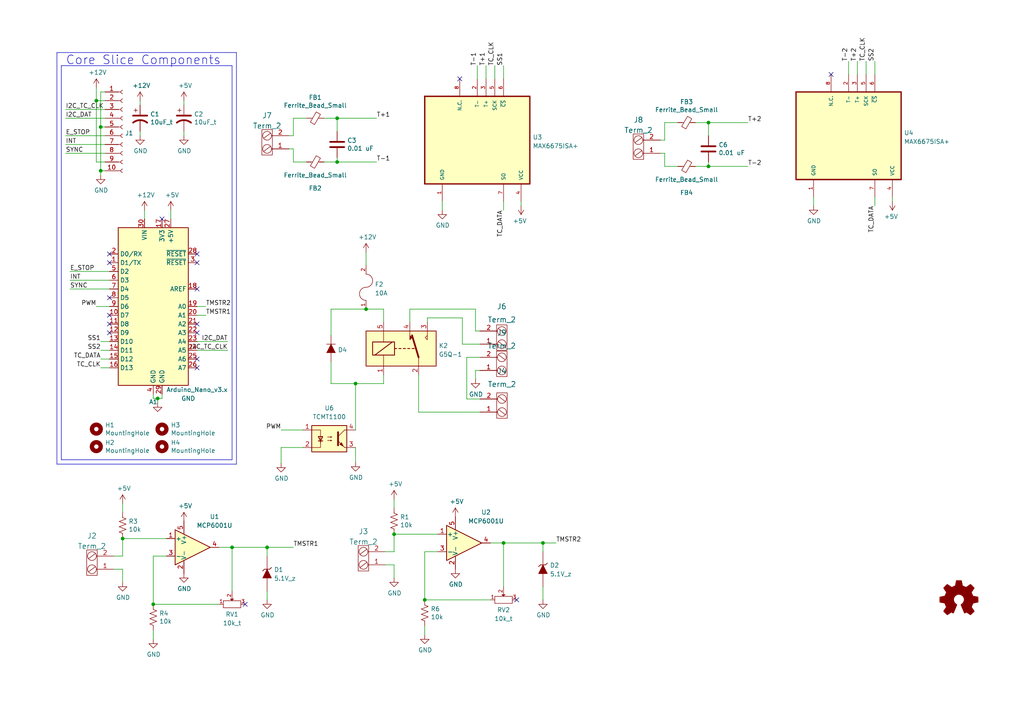
<source format=kicad_sch>
(kicad_sch (version 20230121) (generator eeschema)
  (paper "A4")
  (lib_symbols
    (symbol "Amplifier_Operational:MCP6001U" (pin_names (offset 0.127))
      (property "Reference" "U" (at 0 5.08 0))
      (property "Value" "MCP6001U" (at 0 -5.08 0))
      (symbol "MCP6001U_0_1"
        (polyline (pts (xy -5.08 5.08) (xy 5.08 0) (xy -5.08 -5.08) (xy -5.08 5.08)) (stroke (width 0.254)) (fill (type background)))
        (pin power_in line (at -2.54 -7.62 90) (length 3.81) (name "V-") (number "2"))
        (pin power_in line (at -2.54 7.62 270) (length 3.81) (name "V+") (number "5"))
      )
      (symbol "MCP6001U_1_1"
        (pin input line (at -7.62 2.54 0) (length 2.54) (name "+") (number "1"))
        (pin input line (at -7.62 -2.54 0) (length 2.54) (name "-") (number "3"))
        (pin output line (at 7.62 0 180) (length 2.54) (name "~") (number "4"))
      )
    )
    (symbol "BREAD_Slice-rescue:10uF_t-OCI_UPL_2_Capacitors" (pin_numbers hide) (pin_names (offset 0.254) hide)
      (property "Reference" "C" (at 0.635 2.54 0))
      (property "Value" "10uF_t-OCI_UPL_2_Capacitors" (at 0.635 -2.54 0))
      (symbol "10uF_t-OCI_UPL_2_Capacitors_0_1"
        (polyline (pts (xy -2.032 0.762) (xy 2.032 0.762)) (stroke (width 0.508)))
        (polyline (pts (xy -1.778 2.286) (xy -0.762 2.286)))
        (polyline (pts (xy -1.27 1.778) (xy -1.27 2.794)))
        (arc (start 2.032 -1.27) (mid 0 -0.5572) (end -2.032 -1.27) (stroke (width 0.508)))
      )
      (symbol "10uF_t-OCI_UPL_2_Capacitors_1_1"
        (pin passive line (at 0 3.81 270) (length 2.794) (name "~") (number "1"))
        (pin passive line (at 0 -3.81 90) (length 3.302) (name "~") (number "2"))
      )
    )
    (symbol "Connector:Conn_01x10_Female" (pin_names (offset 1.016) hide)
      (property "Reference" "J" (at 0 12.7 0))
      (property "Value" "Conn_01x10_Female" (at 0 -15.24 0))
      (symbol "Conn_01x10_Female_1_1"
        (arc (start 0 -12.192) (mid -0.5058 -12.7) (end 0 -13.208) (stroke (width 0.1524)))
        (arc (start 0 -9.652) (mid -0.5058 -10.16) (end 0 -10.668) (stroke (width 0.1524)))
        (arc (start 0 -7.112) (mid -0.5058 -7.62) (end 0 -8.128) (stroke (width 0.1524)))
        (arc (start 0 -4.572) (mid -0.5058 -5.08) (end 0 -5.588) (stroke (width 0.1524)))
        (arc (start 0 -2.032) (mid -0.5058 -2.54) (end 0 -3.048) (stroke (width 0.1524)))
        (polyline (pts (xy -1.27 -12.7) (xy -0.508 -12.7)) (stroke (width 0.1524)))
        (polyline (pts (xy -1.27 -10.16) (xy -0.508 -10.16)) (stroke (width 0.1524)))
        (polyline (pts (xy -1.27 -7.62) (xy -0.508 -7.62)) (stroke (width 0.1524)))
        (polyline (pts (xy -1.27 -5.08) (xy -0.508 -5.08)) (stroke (width 0.1524)))
        (polyline (pts (xy -1.27 -2.54) (xy -0.508 -2.54)) (stroke (width 0.1524)))
        (polyline (pts (xy -1.27 0) (xy -0.508 0)) (stroke (width 0.1524)))
        (polyline (pts (xy -1.27 2.54) (xy -0.508 2.54)) (stroke (width 0.1524)))
        (polyline (pts (xy -1.27 5.08) (xy -0.508 5.08)) (stroke (width 0.1524)))
        (polyline (pts (xy -1.27 7.62) (xy -0.508 7.62)) (stroke (width 0.1524)))
        (polyline (pts (xy -1.27 10.16) (xy -0.508 10.16)) (stroke (width 0.1524)))
        (arc (start 0 0.508) (mid -0.5058 0) (end 0 -0.508) (stroke (width 0.1524)))
        (arc (start 0 3.048) (mid -0.5058 2.54) (end 0 2.032) (stroke (width 0.1524)))
        (arc (start 0 5.588) (mid -0.5058 5.08) (end 0 4.572) (stroke (width 0.1524)))
        (arc (start 0 8.128) (mid -0.5058 7.62) (end 0 7.112) (stroke (width 0.1524)))
        (arc (start 0 10.668) (mid -0.5058 10.16) (end 0 9.652) (stroke (width 0.1524)))
        (pin passive line (at -5.08 10.16 0) (length 3.81) (name "Pin_1") (number "1"))
        (pin passive line (at -5.08 -12.7 0) (length 3.81) (name "Pin_10") (number "10"))
        (pin passive line (at -5.08 7.62 0) (length 3.81) (name "Pin_2") (number "2"))
        (pin passive line (at -5.08 5.08 0) (length 3.81) (name "Pin_3") (number "3"))
        (pin passive line (at -5.08 2.54 0) (length 3.81) (name "Pin_4") (number "4"))
        (pin passive line (at -5.08 0 0) (length 3.81) (name "Pin_5") (number "5"))
        (pin passive line (at -5.08 -2.54 0) (length 3.81) (name "Pin_6") (number "6"))
        (pin passive line (at -5.08 -5.08 0) (length 3.81) (name "Pin_7") (number "7"))
        (pin passive line (at -5.08 -7.62 0) (length 3.81) (name "Pin_8") (number "8"))
        (pin passive line (at -5.08 -10.16 0) (length 3.81) (name "Pin_9") (number "9"))
      )
    )
    (symbol "Device:C" (pin_numbers hide) (pin_names (offset 0.254))
      (property "Reference" "C" (at 0.635 2.54 0))
      (property "Value" "C" (at 0.635 -2.54 0))
      (symbol "C_0_1"
        (polyline (pts (xy -2.032 -0.762) (xy 2.032 -0.762)) (stroke (width 0.508)))
        (polyline (pts (xy -2.032 0.762) (xy 2.032 0.762)) (stroke (width 0.508)))
      )
      (symbol "C_1_1"
        (pin passive line (at 0 3.81 270) (length 2.794) (name "~") (number "1"))
        (pin passive line (at 0 -3.81 90) (length 2.794) (name "~") (number "2"))
      )
    )
    (symbol "Device:Ferrite_Bead_Small" (pin_numbers hide) (pin_names (offset 0))
      (property "Reference" "FB" (at 1.905 1.27 0))
      (property "Value" "Device_Ferrite_Bead_Small" (at 1.905 -1.27 0))
      (symbol "Ferrite_Bead_Small_0_1"
        (polyline (pts (xy 0 -1.27) (xy 0 -0.7874)))
        (polyline (pts (xy 0 0.889) (xy 0 1.2954)))
        (polyline (pts (xy -1.8288 0.2794) (xy -1.1176 1.4986) (xy 1.8288 -0.2032) (xy 1.1176 -1.4224) (xy -1.8288 0.2794)))
      )
      (symbol "Ferrite_Bead_Small_1_1"
        (pin passive line (at 0 2.54 270) (length 1.27) (name "~") (number "1"))
        (pin passive line (at 0 -2.54 90) (length 1.27) (name "~") (number "2"))
      )
    )
    (symbol "Device:R_US" (pin_numbers hide) (pin_names (offset 0))
      (property "Reference" "R" (at 2.54 0 90))
      (property "Value" "R_US" (at -2.54 0 90))
      (symbol "R_US_0_1"
        (polyline (pts (xy 0 -2.286) (xy 0 -2.54)))
        (polyline (pts (xy 0 2.286) (xy 0 2.54)))
        (polyline (pts (xy 0 -0.762) (xy 1.016 -1.143) (xy 0 -1.524) (xy -1.016 -1.905) (xy 0 -2.286)))
        (polyline (pts (xy 0 0.762) (xy 1.016 0.381) (xy 0 0) (xy -1.016 -0.381) (xy 0 -0.762)))
        (polyline (pts (xy 0 2.286) (xy 1.016 1.905) (xy 0 1.524) (xy -1.016 1.143) (xy 0 0.762)))
      )
      (symbol "R_US_1_1"
        (pin passive line (at 0 3.81 270) (length 1.27) (name "~") (number "1"))
        (pin passive line (at 0 -3.81 90) (length 1.27) (name "~") (number "2"))
      )
    )
    (symbol "Graphic:Logo_Open_Hardware_Small" (pin_names (offset 1.016))
      (symbol "Logo_Open_Hardware_Small_0_1"
        (polyline (pts (xy 3.3528 -4.3434) (xy 3.302 -4.318) (xy 3.175 -4.2418) (xy 2.9972 -4.1148) (xy 2.7686 -3.9624) (xy 2.54 -3.81) (xy 2.3622 -3.7084) (xy 2.2352 -3.6068) (xy 2.1844 -3.5814) (xy 2.159 -3.6068) (xy 2.0574 -3.6576) (xy 1.905 -3.7338) (xy 1.8034 -3.7846) (xy 1.6764 -3.8354) (xy 1.6002 -3.8354) (xy 1.6002 -3.8354) (xy 1.5494 -3.7338) (xy 1.4732 -3.5306) (xy 1.3462 -3.302) (xy 1.2446 -3.0226) (xy 1.1176 -2.7178) (xy 0.9652 -2.413) (xy 0.8636 -2.1082) (xy 0.7366 -1.8288) (xy 0.6604 -1.6256) (xy 0.6096 -1.4732) (xy 0.5842 -1.397) (xy 0.5842 -1.397) (xy 0.6604 -1.3208) (xy 0.7874 -1.2446) (xy 1.0414 -1.016) (xy 1.2954 -0.6858) (xy 1.4478 -0.3302) (xy 1.524 0.0762) (xy 1.4732 0.4572) (xy 1.3208 0.8128) (xy 1.0668 1.143) (xy 0.762 1.3716) (xy 0.4064 1.524) (xy 0 1.5748) (xy -0.381 1.5494) (xy -0.7366 1.397) (xy -1.0668 1.143) (xy -1.2192 0.9906) (xy -1.397 0.6604) (xy -1.524 0.3048) (xy -1.524 0.2286) (xy -1.4986 -0.1778) (xy -1.397 -0.5334) (xy -1.1938 -0.8636) (xy -0.9144 -1.143) (xy -0.8636 -1.1684) (xy -0.7366 -1.27) (xy -0.635 -1.3462) (xy -0.5842 -1.397) (xy -1.0668 -2.5908) (xy -1.143 -2.794) (xy -1.2954 -3.1242) (xy -1.397 -3.4036) (xy -1.4986 -3.6322) (xy -1.5748 -3.7846) (xy -1.6002 -3.8354) (xy -1.6002 -3.8354) (xy -1.651 -3.8354) (xy -1.7272 -3.81) (xy -1.905 -3.7338) (xy -2.0066 -3.683) (xy -2.1336 -3.6068) (xy -2.2098 -3.5814) (xy -2.2606 -3.6068) (xy -2.3622 -3.683) (xy -2.54 -3.81) (xy -2.7686 -3.9624) (xy -2.9718 -4.0894) (xy -3.1496 -4.2164) (xy -3.302 -4.318) (xy -3.3528 -4.3434) (xy -3.3782 -4.3434) (xy -3.429 -4.318) (xy -3.5306 -4.2164) (xy -3.7084 -4.064) (xy -3.937 -3.8354) (xy -3.9624 -3.81) (xy -4.1656 -3.6068) (xy -4.318 -3.4544) (xy -4.4196 -3.3274) (xy -4.445 -3.2766) (xy -4.445 -3.2766) (xy -4.4196 -3.2258) (xy -4.318 -3.0734) (xy -4.2164 -2.8956) (xy -4.064 -2.667) (xy -3.6576 -2.0828) (xy -3.8862 -1.5494) (xy -3.937 -1.3716) (xy -4.0386 -1.1684) (xy -4.0894 -1.0414) (xy -4.1148 -0.9652) (xy -4.191 -0.9398) (xy -4.318 -0.9144) (xy -4.5466 -0.8636) (xy -4.8006 -0.8128) (xy -5.0546 -0.7874) (xy -5.2578 -0.7366) (xy -5.4356 -0.7112) (xy -5.5118 -0.6858) (xy -5.5118 -0.6858) (xy -5.5372 -0.635) (xy -5.5372 -0.5588) (xy -5.5372 -0.4318) (xy -5.5626 -0.2286) (xy -5.5626 0.0762) (xy -5.5626 0.127) (xy -5.5372 0.4064) (xy -5.5372 0.635) (xy -5.5372 0.762) (xy -5.5372 0.8382) (xy -5.5372 0.8382) (xy -5.461 0.8382) (xy -5.3086 0.889) (xy -5.08 0.9144) (xy -4.826 0.9652) (xy -4.8006 0.9906) (xy -4.5466 1.0414) (xy -4.318 1.0668) (xy -4.1656 1.1176) (xy -4.0894 1.143) (xy -4.0894 1.143) (xy -4.0386 1.2446) (xy -3.9624 1.4224) (xy -3.8608 1.6256) (xy -3.7846 1.8288) (xy -3.7084 2.0066) (xy -3.6576 2.159) (xy -3.6322 2.2098) (xy -3.6322 2.2098) (xy -3.683 2.286) (xy -3.7592 2.413) (xy -3.8862 2.5908) (xy -4.064 2.8194) (xy -4.064 2.8448) (xy -4.2164 3.0734) (xy -4.3434 3.2512) (xy -4.4196 3.3782) (xy -4.445 3.4544) (xy -4.445 3.4544) (xy -4.3942 3.5052) (xy -4.2926 3.6322) (xy -4.1148 3.81) (xy -3.937 4.0132) (xy -3.8608 4.064) (xy -3.6576 4.2926) (xy -3.5052 4.4196) (xy -3.4036 4.4958) (xy -3.3528 4.5212) (xy -3.3528 4.5212) (xy -3.302 4.4704) (xy -3.1496 4.3688) (xy -2.9718 4.2418) (xy -2.7432 4.0894) (xy -2.7178 4.0894) (xy -2.4892 3.937) (xy -2.3114 3.81) (xy -2.1844 3.7084) (xy -2.1336 3.683) (xy -2.1082 3.683) (xy -2.032 3.7084) (xy -1.8542 3.7592) (xy -1.6764 3.8354) (xy -1.4732 3.937) (xy -1.27 4.0132) (xy -1.143 4.064) (xy -1.0668 4.1148) (xy -1.0668 4.1148) (xy -1.0414 4.191) (xy -1.016 4.3434) (xy -0.9652 4.572) (xy -0.9144 4.8514) (xy -0.889 4.9022) (xy -0.8382 5.1562) (xy -0.8128 5.3848) (xy -0.7874 5.5372) (xy -0.762 5.588) (xy -0.7112 5.6134) (xy -0.5842 5.6134) (xy -0.4064 5.6134) (xy -0.1524 5.6134) (xy 0.0762 5.6134) (xy 0.3302 5.6134) (xy 0.5334 5.6134) (xy 0.6858 5.588) (xy 0.7366 5.588) (xy 0.7366 5.588) (xy 0.762 5.5118) (xy 0.8128 5.334) (xy 0.8382 5.1054) (xy 0.9144 4.826) (xy 0.9144 4.7752) (xy 0.9652 4.5212) (xy 1.016 4.2926) (xy 1.0414 4.1402) (xy 1.0668 4.0894) (xy 1.0668 4.0894) (xy 1.1938 4.0386) (xy 1.3716 3.9624) (xy 1.5748 3.8608) (xy 2.0828 3.6576) (xy 2.7178 4.0894) (xy 2.7686 4.1402) (xy 2.9972 4.2926) (xy 3.175 4.4196) (xy 3.302 4.4958) (xy 3.3782 4.5212) (xy 3.3782 4.5212) (xy 3.429 4.4704) (xy 3.556 4.3434) (xy 3.7338 4.191) (xy 3.9116 3.9878) (xy 4.064 3.8354) (xy 4.2418 3.6576) (xy 4.3434 3.556) (xy 4.4196 3.4798) (xy 4.4196 3.429) (xy 4.4196 3.4036) (xy 4.3942 3.3274) (xy 4.2926 3.2004) (xy 4.1656 2.9972) (xy 4.0132 2.794) (xy 3.8862 2.5908) (xy 3.7592 2.3876) (xy 3.6576 2.2352) (xy 3.6322 2.159) (xy 3.6322 2.1336) (xy 3.683 2.0066) (xy 3.7592 1.8288) (xy 3.8608 1.6002) (xy 4.064 1.1176) (xy 4.3942 1.0414) (xy 4.5974 1.016) (xy 4.8768 0.9652) (xy 5.1308 0.9144) (xy 5.5372 0.8382) (xy 5.5626 -0.6604) (xy 5.4864 -0.6858) (xy 5.4356 -0.6858) (xy 5.2832 -0.7366) (xy 5.0546 -0.762) (xy 4.8006 -0.8128) (xy 4.5974 -0.8636) (xy 4.3688 -0.9144) (xy 4.2164 -0.9398) (xy 4.1402 -0.9398) (xy 4.1148 -0.9652) (xy 4.064 -1.0668) (xy 3.9878 -1.2446) (xy 3.9116 -1.4478) (xy 3.81 -1.651) (xy 3.7338 -1.8542) (xy 3.683 -2.0066) (xy 3.6576 -2.0828) (xy 3.683 -2.1336) (xy 3.7846 -2.2606) (xy 3.8862 -2.4638) (xy 4.0386 -2.667) (xy 4.191 -2.8956) (xy 4.318 -3.0734) (xy 4.3942 -3.2004) (xy 4.445 -3.2766) (xy 4.4196 -3.3274) (xy 4.3434 -3.429) (xy 4.1656 -3.5814) (xy 3.937 -3.8354) (xy 3.8862 -3.8608) (xy 3.683 -4.064) (xy 3.5306 -4.2164) (xy 3.4036 -4.318) (xy 3.3528 -4.3434)) (fill (type outline)))
      )
    )
    (symbol "Isolator:TCMT1100" (pin_names (offset 1.016))
      (property "Reference" "U" (at 0 5.08 0))
      (property "Value" "TCMT1100" (at 0 -5.08 0))
      (symbol "TCMT1100_1_1"
        (rectangle (start -5.08 3.81) (end 5.08 -3.81) (stroke (width 0.254)) (fill (type background)))
        (polyline (pts (xy -3.175 -0.635) (xy -1.905 -0.635)) (stroke (width 0.254)))
        (polyline (pts (xy 2.54 0.635) (xy 4.445 2.54)))
        (polyline (pts (xy 4.445 -2.54) (xy 2.54 -0.635)) (fill (type outline)))
        (polyline (pts (xy 4.445 -2.54) (xy 5.08 -2.54)))
        (polyline (pts (xy 4.445 2.54) (xy 5.08 2.54)))
        (polyline (pts (xy -2.54 -0.635) (xy -2.54 -2.54) (xy -5.08 -2.54)))
        (polyline (pts (xy 2.54 1.905) (xy 2.54 -1.905) (xy 2.54 -1.905)) (stroke (width 0.508)))
        (polyline (pts (xy -5.08 2.54) (xy -2.54 2.54) (xy -2.54 -1.27) (xy -2.54 0.635)))
        (polyline (pts (xy -2.54 -0.635) (xy -3.175 0.635) (xy -1.905 0.635) (xy -2.54 -0.635)) (stroke (width 0.254)))
        (polyline (pts (xy -0.508 -0.508) (xy 0.762 -0.508) (xy 0.381 -0.635) (xy 0.381 -0.381) (xy 0.762 -0.508)))
        (polyline (pts (xy -0.508 0.508) (xy 0.762 0.508) (xy 0.381 0.381) (xy 0.381 0.635) (xy 0.762 0.508)))
        (polyline (pts (xy 3.048 -1.651) (xy 3.556 -1.143) (xy 4.064 -2.159) (xy 3.048 -1.651) (xy 3.048 -1.651)) (fill (type outline)))
        (pin passive line (at -7.62 2.54 0) (length 2.54) (name "~") (number "1"))
        (pin passive line (at -7.62 -2.54 0) (length 2.54) (name "~") (number "2"))
        (pin passive line (at 7.62 -2.54 180) (length 2.54) (name "~") (number "3"))
        (pin passive line (at 7.62 2.54 180) (length 2.54) (name "~") (number "4"))
      )
    )
    (symbol "MAX6675ISA_:MAX6675ISA+" (pin_names (offset 1.016))
      (property "Reference" "U" (at -12.7 16.2306 0))
      (property "Value" "MAX6675ISA+" (at -12.7 -19.2278 0))
      (symbol "MAX6675ISA+_0_0"
        (rectangle (start -12.7 -15.24) (end 12.7 15.24) (stroke (width 0.4064)) (fill (type background)))
        (pin power_in line (at 17.78 -10.16 180) (length 5.08) (name "GND") (number "1"))
        (pin input line (at -17.78 0 0) (length 5.08) (name "T-") (number "2"))
        (pin input line (at -17.78 2.54 0) (length 5.08) (name "T+") (number "3"))
        (pin power_in line (at 17.78 12.7 180) (length 5.08) (name "VCC") (number "4"))
        (pin input line (at -17.78 5.08 0) (length 5.08) (name "SCK") (number "5"))
        (pin input line (at -17.78 7.62 0) (length 5.08) (name "~{CS}") (number "6"))
        (pin output line (at 17.78 7.62 180) (length 5.08) (name "SO") (number "7"))
        (pin bidirectional line (at -17.78 -5.08 0) (length 5.08) (name "N.C.") (number "8"))
      )
    )
    (symbol "MCU_Module:Arduino_Nano_v3.x"
      (property "Reference" "A" (at -10.16 23.495 0))
      (property "Value" "Arduino_Nano_v3.x" (at 5.08 -24.13 0))
      (symbol "Arduino_Nano_v3.x_0_1"
        (rectangle (start -10.16 22.86) (end 10.16 -22.86) (stroke (width 0.254)) (fill (type background)))
      )
      (symbol "Arduino_Nano_v3.x_1_1"
        (pin bidirectional line (at -12.7 12.7 0) (length 2.54) (name "D1/TX") (number "1"))
        (pin bidirectional line (at -12.7 -2.54 0) (length 2.54) (name "D7") (number "10"))
        (pin bidirectional line (at -12.7 -5.08 0) (length 2.54) (name "D8") (number "11"))
        (pin bidirectional line (at -12.7 -7.62 0) (length 2.54) (name "D9") (number "12"))
        (pin bidirectional line (at -12.7 -10.16 0) (length 2.54) (name "D10") (number "13"))
        (pin bidirectional line (at -12.7 -12.7 0) (length 2.54) (name "D11") (number "14"))
        (pin bidirectional line (at -12.7 -15.24 0) (length 2.54) (name "D12") (number "15"))
        (pin bidirectional line (at -12.7 -17.78 0) (length 2.54) (name "D13") (number "16"))
        (pin power_out line (at 2.54 25.4 270) (length 2.54) (name "3V3") (number "17"))
        (pin input line (at 12.7 5.08 180) (length 2.54) (name "AREF") (number "18"))
        (pin bidirectional line (at 12.7 0 180) (length 2.54) (name "A0") (number "19"))
        (pin bidirectional line (at -12.7 15.24 0) (length 2.54) (name "D0/RX") (number "2"))
        (pin bidirectional line (at 12.7 -2.54 180) (length 2.54) (name "A1") (number "20"))
        (pin bidirectional line (at 12.7 -5.08 180) (length 2.54) (name "A2") (number "21"))
        (pin bidirectional line (at 12.7 -7.62 180) (length 2.54) (name "A3") (number "22"))
        (pin bidirectional line (at 12.7 -10.16 180) (length 2.54) (name "A4") (number "23"))
        (pin bidirectional line (at 12.7 -12.7 180) (length 2.54) (name "A5") (number "24"))
        (pin bidirectional line (at 12.7 -15.24 180) (length 2.54) (name "A6") (number "25"))
        (pin bidirectional line (at 12.7 -17.78 180) (length 2.54) (name "A7") (number "26"))
        (pin power_out line (at 5.08 25.4 270) (length 2.54) (name "+5V") (number "27"))
        (pin input line (at 12.7 15.24 180) (length 2.54) (name "~{RESET}") (number "28"))
        (pin power_in line (at 2.54 -25.4 90) (length 2.54) (name "GND") (number "29"))
        (pin input line (at 12.7 12.7 180) (length 2.54) (name "~{RESET}") (number "3"))
        (pin power_in line (at -2.54 25.4 270) (length 2.54) (name "VIN") (number "30"))
        (pin power_in line (at 0 -25.4 90) (length 2.54) (name "GND") (number "4"))
        (pin bidirectional line (at -12.7 10.16 0) (length 2.54) (name "D2") (number "5"))
        (pin bidirectional line (at -12.7 7.62 0) (length 2.54) (name "D3") (number "6"))
        (pin bidirectional line (at -12.7 5.08 0) (length 2.54) (name "D4") (number "7"))
        (pin bidirectional line (at -12.7 2.54 0) (length 2.54) (name "D5") (number "8"))
        (pin bidirectional line (at -12.7 0 0) (length 2.54) (name "D6") (number "9"))
      )
    )
    (symbol "Mechanical:MountingHole" (pin_names (offset 1.016))
      (property "Reference" "H" (at 0 5.08 0))
      (property "Value" "MountingHole" (at 0 3.175 0))
      (symbol "MountingHole_0_1"
        (circle (center 0 0) (radius 1.27) (stroke (width 1.27)))
      )
    )
    (symbol "OCI_UPL_10_Connectors:Term_2" (pin_names (offset 1.016))
      (property "Reference" "J" (at 3.81 1.27 0))
      (property "Value" "Term_2" (at 6.35 3.81 0))
      (symbol "Term_2_0_1"
        (rectangle (start -1.524 5.588) (end 1.524 -1.778))
        (polyline (pts (xy -1.016 -0.762) (xy 1.016 0.762)))
        (polyline (pts (xy -1.016 3.048) (xy 1.016 4.572)))
        (circle (center 0 0) (radius 1.27))
        (circle (center 0 3.81) (radius 1.27))
      )
      (symbol "Term_2_1_1"
        (pin input line (at -6.35 3.81 0) (length 5.08) (name "~") (number "1"))
        (pin input line (at -6.35 0 0) (length 5.08) (name "~") (number "2"))
      )
    )
    (symbol "OCI_UPL_11_Mechanical:FUSE_Blade" (pin_names (offset 0.254))
      (property "Reference" "F" (at 2.54 1.27 0))
      (property "Value" "FUSE_Blade" (at 0 -3.81 0))
      (symbol "FUSE_Blade_0_1"
        (arc (start 0 0) (mid -1.905 1.8967) (end -3.81 0))
        (arc (start 0 0) (mid 1.905 -1.8967) (end 3.81 0))
      )
      (symbol "FUSE_Blade_1_1"
        (pin input line (at -6.35 0 0) (length 2.54) (name "~") (number "1"))
        (pin input line (at 6.35 0 180) (length 2.54) (name "~") (number "2"))
      )
    )
    (symbol "OCI_UPL_1_Resistors:10k_t" (pin_names (offset 1.016) hide)
      (property "Reference" "RV" (at 0 -2.032 0))
      (property "Value" "10k_t" (at 0 0 0))
      (symbol "10k_t_0_1"
        (rectangle (start -2.54 1.016) (end 2.54 -1.016))
        (polyline (pts (xy 0 1.016) (xy -0.508 1.524) (xy 0.508 1.524)) (fill (type outline)))
      )
      (symbol "10k_t_1_1"
        (pin passive line (at -3.81 0 0) (length 1.27) (name "1") (number "1"))
        (pin passive line (at 0 3.81 270) (length 2.54) (name "2") (number "2"))
        (pin passive line (at 3.81 0 180) (length 1.27) (name "3") (number "3"))
      )
    )
    (symbol "OCI_UPL_4_Semiconductors:5.1V_z" (pin_numbers hide) (pin_names (offset 1.016) hide)
      (property "Reference" "D" (at 0 2.54 0))
      (property "Value" "5.1V_z" (at 0 -2.54 0))
      (symbol "5.1V_z_0_1"
        (polyline (pts (xy -1.778 1.27) (xy -1.27 0.762) (xy -1.27 -0.762) (xy -0.762 -1.27) (xy -0.762 -1.27)) (stroke (width 0.2032)))
        (polyline (pts (xy -1.27 0) (xy 1.27 1.27) (xy 1.27 -1.27) (xy -1.27 0) (xy -1.27 0)) (fill (type outline)))
      )
      (symbol "5.1V_z_1_1"
        (pin passive line (at -5.08 0 0) (length 3.81) (name "K") (number "1"))
        (pin passive line (at 5.08 0 180) (length 3.81) (name "A") (number "2"))
      )
    )
    (symbol "OCI_UPL_4_Semiconductors:General_Purpose_Diode" (pin_numbers hide) (pin_names (offset 1.016) hide)
      (property "Reference" "D" (at 0 2.54 0))
      (symbol "General_Purpose_Diode_0_1"
        (polyline (pts (xy -1.27 1.27) (xy -1.27 -1.27)) (stroke (width 0.1524)))
        (polyline (pts (xy 1.27 1.27) (xy -1.27 0) (xy 1.27 -1.27)) (fill (type outline)))
      )
      (symbol "General_Purpose_Diode_1_1"
        (pin passive line (at -3.81 0 0) (length 2.54) (name "K") (number "1"))
        (pin passive line (at 3.81 0 180) (length 2.54) (name "A") (number "2"))
      )
    )
    (symbol "Relay:G5Q-1"
      (property "Reference" "K" (at 11.43 3.81 0))
      (property "Value" "G5Q-1" (at 11.43 1.27 0))
      (symbol "G5Q-1_0_0"
        (polyline (pts (xy 7.62 5.08) (xy 7.62 2.54) (xy 6.985 3.175) (xy 7.62 3.81)))
      )
      (symbol "G5Q-1_0_1"
        (rectangle (start -10.16 5.08) (end 10.16 -5.08) (stroke (width 0.254)) (fill (type background)))
        (rectangle (start -8.255 1.905) (end -1.905 -1.905) (stroke (width 0.254)))
        (polyline (pts (xy -7.62 -1.905) (xy -2.54 1.905)) (stroke (width 0.254)))
        (polyline (pts (xy -5.08 -5.08) (xy -5.08 -1.905)))
        (polyline (pts (xy -5.08 5.08) (xy -5.08 1.905)))
        (polyline (pts (xy -1.905 0) (xy -1.27 0)) (stroke (width 0.254)))
        (polyline (pts (xy -0.635 0) (xy 0 0)) (stroke (width 0.254)))
        (polyline (pts (xy 0.635 0) (xy 1.27 0)) (stroke (width 0.254)))
        (polyline (pts (xy 1.905 0) (xy 2.54 0)) (stroke (width 0.254)))
        (polyline (pts (xy 3.175 0) (xy 3.81 0)) (stroke (width 0.254)))
        (polyline (pts (xy 5.08 -2.54) (xy 3.175 3.81)) (stroke (width 0.508)))
        (polyline (pts (xy 5.08 -2.54) (xy 5.08 -5.08)))
        (polyline (pts (xy 2.54 5.08) (xy 2.54 2.54) (xy 3.175 3.175) (xy 2.54 3.81)) (fill (type outline)))
      )
      (symbol "G5Q-1_1_1"
        (pin passive line (at -5.08 -7.62 90) (length 2.54) (name "~") (number "1"))
        (pin passive line (at 5.08 -7.62 90) (length 2.54) (name "~") (number "2"))
        (pin passive line (at 7.62 7.62 270) (length 2.54) (name "~") (number "3"))
        (pin passive line (at 2.54 7.62 270) (length 2.54) (name "~") (number "4"))
        (pin passive line (at -5.08 7.62 270) (length 2.54) (name "~") (number "5"))
      )
    )
    (symbol "power:+12V" (power) (pin_names (offset 0))
      (property "Value" "+12V" (at 0 3.556 0))
      (symbol "+12V_0_1"
        (polyline (pts (xy -0.762 1.27) (xy 0 2.54)))
        (polyline (pts (xy 0 0) (xy 0 2.54)))
        (polyline (pts (xy 0 2.54) (xy 0.762 1.27)))
      )
      (symbol "+12V_1_1"
        (pin power_in line (at 0 0 90) (length 0) hide (name "+12V") (number "1"))
      )
    )
    (symbol "power:+5V" (power) (pin_names (offset 0))
      (property "Value" "+5V" (at 0 3.556 0))
      (symbol "+5V_0_1"
        (polyline (pts (xy -0.762 1.27) (xy 0 2.54)))
        (polyline (pts (xy 0 0) (xy 0 2.54)))
        (polyline (pts (xy 0 2.54) (xy 0.762 1.27)))
      )
      (symbol "+5V_1_1"
        (pin power_in line (at 0 0 90) (length 0) hide (name "+5V") (number "1"))
      )
    )
    (symbol "power:GND" (power) (pin_names (offset 0))
      (property "Value" "GND" (at 0 -3.81 0))
      (symbol "GND_0_1"
        (polyline (pts (xy 0 0) (xy 0 -1.27) (xy 1.27 -1.27) (xy 0 -2.54) (xy -1.27 -1.27) (xy 0 -1.27)))
      )
      (symbol "GND_1_1"
        (pin power_in line (at 0 0 270) (length 0) hide (name "GND") (number "1"))
      )
    )
  )
  (junction (at 123.19 173.99))
  (junction (at 29.21 49.53))
  (junction (at 35.56 156.21))
  (junction (at 97.79 46.99))
  (junction (at 27.94 29.21))
  (junction (at 114.3 154.94))
  (junction (at 45.72 115.57))
  (junction (at 103.124 111.252))
  (junction (at 29.21 36.83))
  (junction (at 106.172 89.662))
  (junction (at 67.31 158.75))
  (junction (at 205.486 48.26))
  (junction (at 157.48 157.48))
  (junction (at 97.79 34.29))
  (junction (at 77.47 158.75))
  (junction (at 146.05 157.48))
  (junction (at 205.486 35.56))
  (junction (at 44.45 175.26))
  (no_connect (at 57.15 96.52))
  (no_connect (at 31.75 86.36))
  (no_connect (at 57.15 83.82))
  (no_connect (at 31.75 91.44))
  (no_connect (at 31.75 76.2))
  (no_connect (at 149.86 173.99))
  (no_connect (at 241.046 21.59))
  (no_connect (at 31.75 96.52))
  (no_connect (at 71.12 175.26))
  (no_connect (at 31.75 73.66))
  (no_connect (at 46.99 63.5))
  (no_connect (at 31.75 93.98))
  (no_connect (at 57.15 93.98))
  (no_connect (at 57.15 106.68))
  (no_connect (at 57.15 104.14))
  (no_connect (at 57.15 73.66))
  (no_connect (at 57.15 76.2))
  (no_connect (at 133.35 22.86))
  (wire (pts (xy 46.99 115.57) (xy 46.99 114.3)))
  (wire (pts (xy 29.21 106.68) (xy 31.75 106.68)))
  (wire (pts (xy 192.786 44.45) (xy 192.786 48.26)))
  (wire (pts (xy 29.21 101.6) (xy 31.75 101.6)))
  (wire (pts (xy 77.47 171.45) (xy 77.47 173.99)))
  (wire (pts (xy 123.19 173.99) (xy 142.24 173.99)))
  (wire (pts (xy 114.3 154.94) (xy 127 154.94)))
  (wire (pts (xy 146.05 157.48) (xy 157.48 157.48)))
  (wire (pts (xy 123.952 92.202) (xy 134.112 92.202)))
  (wire (pts (xy 142.24 157.48) (xy 146.05 157.48)))
  (wire (pts (xy 40.64 39.37) (xy 40.64 38.1)))
  (wire (pts (xy 63.5 158.75) (xy 67.31 158.75)))
  (wire (pts (xy 135.382 103.632) (xy 139.192 103.632)))
  (wire (pts (xy 139.2428 119.5324) (xy 121.412 119.5324)))
  (wire (pts (xy 35.56 156.21) (xy 35.56 161.29)))
  (wire (pts (xy 96.012 89.662) (xy 96.012 97.282)))
  (wire (pts (xy 45.72 115.57) (xy 46.99 115.57)))
  (polyline (pts (xy 67.31 133.35) (xy 67.31 19.05)))
  (wire (pts (xy 157.48 170.18) (xy 157.48 173.99)))
  (wire (pts (xy 157.48 157.48) (xy 157.48 160.02)))
  (wire (pts (xy 85.09 39.37) (xy 85.09 34.29)))
  (wire (pts (xy 140.97 19.05) (xy 140.97 22.86)))
  (wire (pts (xy 103.124 111.252) (xy 103.124 124.714)))
  (wire (pts (xy 19.05 41.91) (xy 30.48 41.91)))
  (wire (pts (xy 27.94 29.21) (xy 30.48 29.21)))
  (wire (pts (xy 118.872 89.662) (xy 137.922 89.662)))
  (wire (pts (xy 111.76 163.83) (xy 114.3 163.83)))
  (wire (pts (xy 134.112 99.822) (xy 139.192 99.822)))
  (wire (pts (xy 135.382 115.7224) (xy 139.2428 115.7224)))
  (wire (pts (xy 44.45 182.88) (xy 44.45 185.42)))
  (wire (pts (xy 106.172 89.662) (xy 111.252 89.662)))
  (polyline (pts (xy 16.51 134.62) (xy 68.58 134.62)))
  (wire (pts (xy 77.47 158.75) (xy 77.47 161.29)))
  (wire (pts (xy 192.786 40.64) (xy 192.786 35.56)))
  (wire (pts (xy 103.124 111.252) (xy 111.252 111.252)))
  (wire (pts (xy 87.884 124.714) (xy 81.534 124.714)))
  (wire (pts (xy 248.666 17.78) (xy 248.666 21.59)))
  (polyline (pts (xy 17.78 19.05) (xy 17.78 133.35)))
  (wire (pts (xy 205.486 35.56) (xy 216.916 35.56)))
  (wire (pts (xy 191.516 40.64) (xy 192.786 40.64)))
  (wire (pts (xy 146.05 19.05) (xy 146.05 22.86)))
  (wire (pts (xy 123.19 181.61) (xy 123.19 184.15)))
  (wire (pts (xy 27.94 25.4) (xy 27.94 29.21)))
  (wire (pts (xy 85.09 34.29) (xy 88.9 34.29)))
  (wire (pts (xy 48.26 161.29) (xy 44.45 161.29)))
  (wire (pts (xy 29.21 49.53) (xy 29.21 36.83)))
  (wire (pts (xy 93.98 34.29) (xy 97.79 34.29)))
  (wire (pts (xy 93.98 46.99) (xy 97.79 46.99)))
  (wire (pts (xy 29.21 99.06) (xy 31.75 99.06)))
  (wire (pts (xy 35.56 165.1) (xy 35.56 168.91)))
  (wire (pts (xy 30.48 39.37) (xy 19.05 39.37)))
  (wire (pts (xy 138.43 19.05) (xy 138.43 22.86)))
  (wire (pts (xy 53.34 30.48) (xy 53.34 29.21)))
  (wire (pts (xy 111.252 108.712) (xy 111.252 111.252)))
  (polyline (pts (xy 67.31 19.05) (xy 17.78 19.05)))
  (wire (pts (xy 128.27 58.42) (xy 128.27 60.96)))
  (wire (pts (xy 44.45 161.29) (xy 44.45 175.26)))
  (wire (pts (xy 157.48 157.48) (xy 161.29 157.48)))
  (wire (pts (xy 30.48 46.99) (xy 27.94 46.99)))
  (wire (pts (xy 19.05 44.45) (xy 30.48 44.45)))
  (wire (pts (xy 83.82 39.37) (xy 85.09 39.37)))
  (wire (pts (xy 57.15 88.9) (xy 59.69 88.9)))
  (wire (pts (xy 137.922 89.662) (xy 137.922 96.012)))
  (wire (pts (xy 96.012 104.902) (xy 96.012 111.252)))
  (wire (pts (xy 33.02 161.29) (xy 35.56 161.29)))
  (wire (pts (xy 30.48 31.75) (xy 19.05 31.75)))
  (wire (pts (xy 20.32 83.82) (xy 31.75 83.82)))
  (wire (pts (xy 83.82 43.18) (xy 85.09 43.18)))
  (polyline (pts (xy 68.58 15.24) (xy 16.51 15.24)))
  (wire (pts (xy 137.922 107.442) (xy 137.922 109.982)))
  (wire (pts (xy 106.172 73.152) (xy 106.172 76.962)))
  (wire (pts (xy 205.486 48.26) (xy 216.916 48.26)))
  (wire (pts (xy 246.126 17.78) (xy 246.126 21.59)))
  (wire (pts (xy 251.206 17.78) (xy 251.206 21.59)))
  (wire (pts (xy 19.05 34.29) (xy 30.48 34.29)))
  (wire (pts (xy 114.3 163.83) (xy 114.3 167.64)))
  (wire (pts (xy 49.53 60.96) (xy 49.53 63.5)))
  (wire (pts (xy 146.05 157.48) (xy 146.05 170.18)))
  (wire (pts (xy 44.45 114.3) (xy 44.45 115.57)))
  (wire (pts (xy 97.79 34.29) (xy 97.79 38.1)))
  (polyline (pts (xy 16.51 15.24) (xy 16.51 134.62)))
  (wire (pts (xy 35.56 146.05) (xy 35.56 148.59)))
  (wire (pts (xy 139.192 107.442) (xy 137.922 107.442)))
  (wire (pts (xy 97.79 46.99) (xy 109.22 46.99)))
  (wire (pts (xy 123.19 160.02) (xy 123.19 173.99)))
  (wire (pts (xy 29.21 26.67) (xy 30.48 26.67)))
  (wire (pts (xy 151.13 58.42) (xy 151.13 59.69)))
  (wire (pts (xy 40.64 30.48) (xy 40.64 29.21)))
  (wire (pts (xy 121.412 119.5324) (xy 121.412 108.712)))
  (wire (pts (xy 81.534 129.794) (xy 81.534 134.366)))
  (wire (pts (xy 205.486 35.56) (xy 205.486 39.37)))
  (wire (pts (xy 123.952 93.472) (xy 123.952 92.202)))
  (wire (pts (xy 135.382 103.632) (xy 135.382 115.7224)))
  (wire (pts (xy 85.09 43.18) (xy 85.09 46.99)))
  (wire (pts (xy 137.922 96.012) (xy 139.192 96.012)))
  (wire (pts (xy 97.79 34.29) (xy 109.22 34.29)))
  (wire (pts (xy 77.47 158.75) (xy 85.09 158.75)))
  (wire (pts (xy 33.02 165.1) (xy 35.56 165.1)))
  (wire (pts (xy 253.746 57.15) (xy 253.746 59.69)))
  (wire (pts (xy 30.48 36.83) (xy 29.21 36.83)))
  (wire (pts (xy 44.45 115.57) (xy 45.72 115.57)))
  (wire (pts (xy 111.76 160.02) (xy 114.3 160.02)))
  (wire (pts (xy 45.72 115.57) (xy 45.72 116.84)))
  (wire (pts (xy 31.75 78.74) (xy 20.32 78.74)))
  (wire (pts (xy 29.21 104.14) (xy 31.75 104.14)))
  (wire (pts (xy 205.486 48.26) (xy 205.486 46.99)))
  (wire (pts (xy 35.56 156.21) (xy 48.26 156.21)))
  (wire (pts (xy 53.34 39.37) (xy 53.34 38.1)))
  (wire (pts (xy 134.112 92.202) (xy 134.112 99.822)))
  (wire (pts (xy 27.94 46.99) (xy 27.94 29.21)))
  (wire (pts (xy 96.012 111.252) (xy 103.124 111.252)))
  (wire (pts (xy 29.21 50.8) (xy 29.21 49.53)))
  (wire (pts (xy 67.31 158.75) (xy 77.47 158.75)))
  (wire (pts (xy 201.676 35.56) (xy 205.486 35.56)))
  (wire (pts (xy 114.3 154.94) (xy 114.3 160.02)))
  (wire (pts (xy 97.79 46.99) (xy 97.79 45.72)))
  (wire (pts (xy 20.32 81.28) (xy 31.75 81.28)))
  (wire (pts (xy 57.15 101.6) (xy 66.04 101.6)))
  (wire (pts (xy 192.786 48.26) (xy 196.596 48.26)))
  (wire (pts (xy 67.31 158.75) (xy 67.31 171.45)))
  (wire (pts (xy 253.746 17.78) (xy 253.746 21.59)))
  (wire (pts (xy 143.51 19.05) (xy 143.51 22.86)))
  (wire (pts (xy 127 160.02) (xy 123.19 160.02)))
  (wire (pts (xy 85.09 46.99) (xy 88.9 46.99)))
  (wire (pts (xy 29.21 36.83) (xy 29.21 26.67)))
  (wire (pts (xy 41.91 60.96) (xy 41.91 63.5)))
  (wire (pts (xy 111.252 93.472) (xy 111.252 89.662)))
  (wire (pts (xy 27.94 88.9) (xy 31.75 88.9)))
  (wire (pts (xy 57.15 91.44) (xy 59.69 91.44)))
  (wire (pts (xy 66.04 99.06) (xy 57.15 99.06)))
  (wire (pts (xy 118.872 93.472) (xy 118.872 89.662)))
  (wire (pts (xy 146.05 58.42) (xy 146.05 60.96)))
  (polyline (pts (xy 17.78 133.35) (xy 67.31 133.35)))
  (wire (pts (xy 103.124 134.112) (xy 103.124 129.794)))
  (wire (pts (xy 44.45 175.26) (xy 63.5 175.26)))
  (wire (pts (xy 30.48 49.53) (xy 29.21 49.53)))
  (wire (pts (xy 192.786 35.56) (xy 196.596 35.56)))
  (wire (pts (xy 81.534 129.794) (xy 87.884 129.794)))
  (wire (pts (xy 201.676 48.26) (xy 205.486 48.26)))
  (wire (pts (xy 235.966 57.15) (xy 235.966 59.69)))
  (polyline (pts (xy 68.58 134.62) (xy 68.58 15.24)))
  (wire (pts (xy 106.172 89.662) (xy 96.012 89.662)))
  (wire (pts (xy 191.516 44.45) (xy 192.786 44.45)))
  (wire (pts (xy 114.3 144.78) (xy 114.3 147.32)))
  (wire (pts (xy 258.826 57.15) (xy 258.826 58.42)))
  (text "Core Slice Components" (at 19.05 19.05 0) (effects (font (size 2.54 2.54)) (justify left bottom)))
  (label "T+2" (at 248.666 17.78 90))
  (label "TC_CLK" (at 143.51 19.05 90))
  (label "PWM" (at 81.534 124.714 180))
  (label "T-2" (at 216.916 48.26 0))
  (label "I2C_TC_CLK" (at 19.05 31.75 0))
  (label "I2C_DAT" (at 19.05 34.29 0))
  (label "E_STOP" (at 20.32 78.74 0))
  (label "E_STOP" (at 19.05 39.37 0))
  (label "TC_CLK" (at 29.21 106.68 180))
  (label "SS2" (at 29.21 101.6 180))
  (label "TC_DATA" (at 146.05 60.96 270))
  (label "TC_DATA" (at 253.746 59.69 270))
  (label "T-1" (at 109.22 46.99 0))
  (label "INT" (at 20.32 81.28 0))
  (label "PWM" (at 27.94 88.9 180))
  (label "SS1" (at 146.05 19.05 90))
  (label "T-2" (at 246.126 17.78 90))
  (label "TMSTR1" (at 85.09 158.75 0))
  (label "T+1" (at 109.22 34.29 0))
  (label "T+2" (at 216.916 35.56 0))
  (label "SYNC" (at 20.32 83.82 0))
  (label "T-1" (at 138.43 19.05 90))
  (label "TC_CLK" (at 251.206 17.78 90))
  (label "SYNC" (at 19.05 44.45 0))
  (label "TC_DATA" (at 29.21 104.14 180))
  (label "SS1" (at 29.21 99.06 180))
  (label "SS2" (at 253.746 17.78 90))
  (label "TMSTR1" (at 59.69 91.44 0))
  (label "I2C_DAT" (at 66.04 99.06 180))
  (label "INT" (at 19.05 41.91 0))
  (label "T+1" (at 140.97 19.05 90))
  (label "I2C_TC_CLK" (at 66.04 101.6 180))
  (label "TMSTR2" (at 161.29 157.48 0))
  (label "TMSTR2" (at 59.69 88.9 0))
  (symbol (lib_id "power:GND") (at 45.72 116.84 0) (unit 1)
    (property "Reference" "#PWR06" (effects hide))
    (property "Value" "GND" (at 54.61 115.57 0))
  )
  (symbol (lib_id "power:+5V") (at 49.53 60.96 0) (unit 1)
    (property "Reference" "#PWR07" (effects hide))
    (property "Value" "+5V" (at 49.911 56.5658 0))
  )
  (symbol (lib_id "power:+12V") (at 41.91 60.96 0) (unit 1)
    (property "Reference" "#PWR05" (effects hide))
    (property "Value" "+12V" (at 42.291 56.5658 0))
  )
  (symbol (lib_id "BREAD_Slice-rescue:10uF_t-OCI_UPL_2_Capacitors") (at 40.64 34.29 0) (unit 1)
    (property "Reference" "C1" (at 43.561 33.1216 0) (effects (justify left)))
    (property "Value" "10uF_t" (at 43.561 35.433 0) (effects (justify left)))
    (property "Footprint" "Capacitor_SMD:C_1206_3216Metric" (effects hide))
    (property "TC_DATAsheet" "https://www.digikey.com/short/qcd8n7" (effects hide))
    (property "Part #" "T491C106K025AT" (effects hide))
    (property "UPL #" "2.021" (effects hide))
  )
  (symbol (lib_id "power:GND") (at 40.64 39.37 0) (unit 1)
    (property "Reference" "#PWR04" (effects hide))
    (property "Value" "GND" (at 40.767 43.7642 0))
  )
  (symbol (lib_id "Mechanical:MountingHole") (at 27.94 124.46 0) (unit 1)
    (property "Reference" "H1" (at 30.48 123.2916 0) (effects (justify left)))
    (property "Value" "MountingHole" (at 30.48 125.603 0) (effects (justify left)))
    (property "Footprint" "MountingHole:MountingHole_3.2mm_M3_DIN965_Pad" (effects hide))
  )
  (symbol (lib_id "Mechanical:MountingHole") (at 46.99 124.46 0) (unit 1)
    (property "Reference" "H3" (at 49.53 123.2916 0) (effects (justify left)))
    (property "Value" "MountingHole" (at 49.53 125.603 0) (effects (justify left)))
    (property "Footprint" "MountingHole:MountingHole_3.2mm_M3_DIN965_Pad" (effects hide))
  )
  (symbol (lib_id "Mechanical:MountingHole") (at 27.94 129.54 0) (unit 1)
    (property "Reference" "H2" (at 30.48 128.3716 0) (effects (justify left)))
    (property "Value" "MountingHole" (at 30.48 130.683 0) (effects (justify left)))
    (property "Footprint" "MountingHole:MountingHole_3.2mm_M3_DIN965_Pad" (effects hide))
  )
  (symbol (lib_id "Mechanical:MountingHole") (at 46.99 129.54 0) (unit 1)
    (property "Reference" "H4" (at 49.53 128.3716 0) (effects (justify left)))
    (property "Value" "MountingHole" (at 49.53 130.683 0) (effects (justify left)))
    (property "Footprint" "MountingHole:MountingHole_3.2mm_M3_DIN965_Pad" (effects hide))
  )
  (symbol (lib_id "MCU_Module:Arduino_Nano_v3.x") (at 44.45 88.9 0) (unit 1)
    (property "Reference" "A1" (at 44.45 116.5606 0))
    (property "Value" "Arduino_Nano_v3.x" (at 57.15 113.03 0))
    (property "Footprint" "Module:Arduino_Nano" (effects hide))
    (property "TC_DATAsheet" "http://www.mouser.com/pdfdocs/Gravitech_Arduino_Nano3_0.pdf" (effects hide))
  )
  (symbol (lib_id "Graphic:Logo_Open_Hardware_Small") (at 278.13 173.99 0) (unit 1)
    (property "Reference" "Logo1" (effects hide))
    (property "Value" "Logo_Open_Hardware_Small" (effects hide))
    (property "Footprint" "Symbol:OSHW-Symbol_6.7x6mm_SilkScreen" (effects hide))
  )
  (symbol (lib_id "Connector:Conn_01x10_Female") (at 35.56 36.83 0) (unit 1)
    (property "Reference" "J1" (at 36.2712 38.608 0) (effects (justify left)))
    (property "Value" "Conn_01x10_Female" (effects hide))
    (property "Footprint" "Connector_PinSocket_2.54mm:PinSocket_1x10_P2.54mm_Horizontal" (effects hide))
  )
  (symbol (lib_id "power:+12V") (at 27.94 25.4 0) (unit 1)
    (property "Reference" "#PWR01" (effects hide))
    (property "Value" "+12V" (at 28.321 21.0058 0))
  )
  (symbol (lib_id "power:GND") (at 29.21 50.8 0) (unit 1)
    (property "Reference" "#PWR02" (effects hide))
    (property "Value" "GND" (at 29.337 55.1942 0))
  )
  (symbol (lib_id "power:+12V") (at 40.64 29.21 0) (unit 1)
    (property "Reference" "#PWR03" (effects hide))
    (property "Value" "+12V" (at 41.021 24.8158 0))
  )
  (symbol (lib_id "BREAD_Slice-rescue:10uF_t-OCI_UPL_2_Capacitors") (at 53.34 34.29 0) (unit 1)
    (property "Reference" "C2" (at 56.261 33.1216 0) (effects (justify left)))
    (property "Value" "10uF_t" (at 56.261 35.433 0) (effects (justify left)))
    (property "Footprint" "Capacitor_SMD:C_1206_3216Metric" (effects hide))
    (property "TC_DATAsheet" "https://www.digikey.com/short/qcd8n7" (effects hide))
    (property "Part #" "T491C106K025AT" (effects hide))
    (property "UPL #" "2.021" (effects hide))
  )
  (symbol (lib_id "power:GND") (at 53.34 39.37 0) (unit 1)
    (property "Reference" "#PWR09" (effects hide))
    (property "Value" "GND" (at 53.467 43.7642 0))
  )
  (symbol (lib_id "power:+5V") (at 53.34 29.21 0) (unit 1)
    (property "Reference" "#PWR08" (effects hide))
    (property "Value" "+5V" (at 53.721 24.8158 0))
  )
  (symbol (lib_id "Device:Ferrite_Bead_Small") (at 91.44 34.29 270) (unit 1)
    (property "Reference" "FB1" (at 91.44 28.2702 90))
    (property "Value" "Ferrite_Bead_Small" (at 91.44 30.5816 90))
    (property "Footprint" "Resistor_SMD:R_1206_3216Metric" (effects hide))
  )
  (symbol (lib_id "Device:Ferrite_Bead_Small") (at 91.44 46.99 270) (unit 1)
    (property "Reference" "FB2" (at 91.44 54.61 90))
    (property "Value" "Ferrite_Bead_Small" (at 91.44 50.8 90))
    (property "Footprint" "Resistor_SMD:R_1206_3216Metric" (effects hide))
  )
  (symbol (lib_id "Device:C") (at 97.79 41.91 0) (unit 1)
    (property "Reference" "C3" (at 100.711 40.7416 0) (effects (justify left)))
    (property "Value" "0.01 uF" (at 100.711 43.053 0) (effects (justify left)))
    (property "Footprint" "Capacitor_SMD:C_1206_3216Metric" (effects hide))
  )
  (symbol (lib_id "power:GND") (at 128.27 60.96 0) (unit 1)
    (property "Reference" "#PWR0105" (effects hide))
    (property "Value" "GND" (at 128.397 65.3542 0))
  )
  (symbol (lib_id "Device:R_US") (at 114.3 151.13 0) (unit 1)
    (property "Reference" "R1" (at 116.0272 149.9616 0) (effects (justify left)))
    (property "Value" "10k" (at 116.0272 152.273 0) (effects (justify left)))
    (property "Footprint" "OCI:R_1206_HandSoldering" (effects hide))
  )
  (symbol (lib_id "power:GND") (at 114.3 167.64 0) (unit 1)
    (property "Reference" "#PWR0107" (effects hide))
    (property "Value" "GND" (at 114.427 172.0342 0))
  )
  (symbol (lib_id "power:+5V") (at 114.3 144.78 0) (unit 1)
    (property "Reference" "#PWR0108" (effects hide))
    (property "Value" "+5V" (at 114.681 140.3858 0))
  )
  (symbol (lib_id "power:GND") (at 44.45 185.42 0) (unit 1)
    (property "Reference" "#PWR012" (effects hide))
    (property "Value" "GND" (at 44.577 189.8142 0))
  )
  (symbol (lib_id "OCI_UPL_10_Connectors:Term_2") (at 77.47 39.37 180) (unit 1)
    (property "Reference" "J7" (at 77.47 33.5079 0) (effects (font (size 1.524 1.524))))
    (property "Value" "Term_2" (at 77.47 36.5013 0) (effects (font (size 1.524 1.524))))
    (property "Footprint" "TerminalBlock_Phoenix:TerminalBlock_Phoenix_MKDS-1,5-2_1x02_P5.00mm_Horizontal" (effects hide))
    (property "TC_DATAsheet" "https://www.digikey.com/short/q7wbhd" (effects hide))
    (property "Part #" "1935161" (effects hide))
    (property "UPL #" "10.003" (effects hide))
  )
  (symbol (lib_id "power:+5V") (at 151.13 59.69 180) (unit 1)
    (property "Reference" "#PWR022" (effects hide))
    (property "Value" "+5V" (at 150.749 64.0842 0))
  )
  (symbol (lib_id "power:GND") (at 77.47 173.99 0) (unit 1)
    (property "Reference" "#PWR015" (effects hide))
    (property "Value" "GND" (at 77.597 178.3842 0))
  )
  (symbol (lib_id "OCI_UPL_4_Semiconductors:5.1V_z") (at 77.47 166.37 270) (unit 1)
    (property "Reference" "D1" (at 79.4766 165.2305 90) (effects (justify left)))
    (property "Value" "5.1V_z" (at 79.4766 167.7674 90) (effects (justify left)))
    (property "Footprint" "OCI:Diode_DO-41_SOD81_Horizontal_RM10" (effects hide))
    (property "TC_DATAsheet" "https://www.digikey.com/short/q75wjm" (effects hide))
    (property "Part #" "1N4733ATR" (effects hide))
    (property "UPL #" "4.007" (effects hide))
  )
  (symbol (lib_id "OCI_UPL_1_Resistors:10k_t") (at 146.05 173.99 0) (unit 1)
    (property "Reference" "RV2" (at 146.05 176.9094 0))
    (property "Value" "10k_t" (at 146.05 179.4463 0))
    (property "Footprint" "OCI:Potentiometer_Bourns_3296W_3-8Zoll_Inline_ScrewUp" (effects hide))
    (property "TC_DATAsheet" "https://www.digikey.com/short/qt5j3q" (effects hide))
    (property "Part #" "1-1623849-0 " (effects hide))
    (property "UPL #" "1.070" (effects hide))
  )
  (symbol (lib_id "Device:Ferrite_Bead_Small") (at 199.136 48.26 270) (unit 1)
    (property "Reference" "FB4" (at 199.136 55.88 90))
    (property "Value" "Ferrite_Bead_Small" (at 199.136 52.07 90))
    (property "Footprint" "Resistor_SMD:R_1206_3216Metric" (effects hide))
  )
  (symbol (lib_id "power:GND") (at 35.56 168.91 0) (unit 1)
    (property "Reference" "#PWR011" (effects hide))
    (property "Value" "GND" (at 35.687 173.3042 0))
  )
  (symbol (lib_id "power:GND") (at 53.34 166.37 0) (unit 1)
    (property "Reference" "#PWR014" (effects hide))
    (property "Value" "GND" (at 53.467 170.7642 0))
  )
  (symbol (lib_id "OCI_UPL_10_Connectors:Term_2") (at 26.67 161.29 180) (unit 1)
    (property "Reference" "J2" (at 26.67 155.4279 0) (effects (font (size 1.524 1.524))))
    (property "Value" "Term_2" (at 26.67 158.4213 0) (effects (font (size 1.524 1.524))))
    (property "Footprint" "TerminalBlock_Phoenix:TerminalBlock_Phoenix_MKDS-1,5-2_1x02_P5.00mm_Horizontal" (effects hide))
    (property "TC_DATAsheet" "https://www.digikey.com/short/q7wbhd" (effects hide))
    (property "Part #" "1935161" (effects hide))
    (property "UPL #" "10.003" (effects hide))
  )
  (symbol (lib_id "OCI_UPL_10_Connectors:Term_2") (at 145.542 103.632 0) (mirror x) (unit 1)
    (property "Reference" "J9" (at 145.542 96.52 0) (effects (font (size 1.524 1.524))))
    (property "Value" "Term_2" (at 145.542 100.33 0) (effects (font (size 1.524 1.524))))
    (property "Footprint" "TerminalBlock_Phoenix:TerminalBlock_Phoenix_MKDS-1,5-2_1x02_P5.00mm_Horizontal" (effects hide))
    (property "TC_DATAsheet" "https://www.digikey.com/short/q7wbhd" (effects hide))
    (property "Part #" "1935161" (effects hide))
    (property "UPL #" "10.003" (effects hide))
  )
  (symbol (lib_id "power:GND") (at 103.124 134.112 0) (unit 1)
    (property "Reference" "#PWR025" (effects hide))
    (property "Value" "GND" (at 103.251 138.5062 0))
  )
  (symbol (lib_id "Isolator:TCMT1100") (at 95.504 127.254 0) (unit 1)
    (property "Reference" "U6" (at 95.504 118.364 0))
    (property "Value" "TCMT1100" (at 95.504 120.904 0))
    (property "Footprint" "Package_SO:SOP-4_4.4x2.6mm_P1.27mm" (effects hide))
    (property "TC_DATAsheet" "http://www.vishay.com/docs/83510/tcmt1100.pdf" (effects hide))
  )
  (symbol (lib_id "power:GND") (at 137.922 109.982 0) (unit 1)
    (property "Reference" "#PWR027" (effects hide))
    (property "Value" "GND" (at 138.049 114.3762 0))
  )
  (symbol (lib_id "power:GND") (at 81.534 134.366 0) (unit 1)
    (property "Reference" "#PWR024" (effects hide))
    (property "Value" "GND" (at 81.661 138.7602 0))
  )
  (symbol (lib_id "MAX6675ISA_:MAX6675ISA+") (at 246.126 39.37 270) (unit 1)
    (property "Reference" "U4" (at 262.2042 38.5353 90) (effects (justify left)))
    (property "Value" "MAX6675ISA+" (at 262.2042 41.0722 90) (effects (justify left)))
    (property "Footprint" "MAX6675ISA_:SOIC127P600X175-8N" (effects hide))
  )
  (symbol (lib_id "Device:R_US") (at 35.56 152.4 0) (unit 1)
    (property "Reference" "R3" (at 37.2872 151.2316 0) (effects (justify left)))
    (property "Value" "10k" (at 37.2872 153.543 0) (effects (justify left)))
    (property "Footprint" "OCI:R_1206_HandSoldering" (effects hide))
  )
  (symbol (lib_id "power:+12V") (at 106.172 73.152 0) (unit 1)
    (property "Reference" "#PWR026" (effects hide))
    (property "Value" "+12V" (at 106.553 68.7578 0))
  )
  (symbol (lib_id "power:GND") (at 235.966 59.69 0) (unit 1)
    (property "Reference" "#PWR021" (effects hide))
    (property "Value" "GND" (at 236.093 64.0842 0))
  )
  (symbol (lib_id "OCI_UPL_4_Semiconductors:General_Purpose_Diode") (at 96.012 101.092 270) (unit 1)
    (property "Reference" "D4" (at 97.9932 101.4877 90) (effects (justify left)))
    (property "Value" "General_Purpose_Diode" (effects hide))
    (property "Footprint" "Diode_THT:D_DO-201AD_P12.70mm_Horizontal" (effects hide))
    (property "TC_DATAsheet" "https://www.digikey.com/short/q75wqm" (effects hide))
    (property "Part #" "1N914BWS" (effects hide))
    (property "UPL #" "4.001" (effects hide))
  )
  (symbol (lib_id "Device:R_US") (at 123.19 177.8 0) (unit 1)
    (property "Reference" "R6" (at 124.9172 176.6316 0) (effects (justify left)))
    (property "Value" "10k" (at 124.9172 178.943 0) (effects (justify left)))
    (property "Footprint" "OCI:R_1206_HandSoldering" (effects hide))
  )
  (symbol (lib_id "Amplifier_Operational:MCP6001U") (at 134.62 157.48 0) (unit 1)
    (property "Reference" "U2" (at 140.97 148.59 0))
    (property "Value" "MCP6001U" (at 140.97 151.13 0))
    (property "Footprint" "Package_TO_SOT_SMD:SOT-23-5" (effects hide))
    (property "TC_DATAsheet" "http://ww1.microchip.com/downloads/en/DeviceDoc/21733j.pdf" (effects hide))
  )
  (symbol (lib_id "OCI_UPL_11_Mechanical:FUSE_Blade") (at 106.172 83.312 90) (unit 1)
    (property "Reference" "F2" (at 108.712 82.4773 90) (effects (justify right)))
    (property "Value" "10A" (at 108.712 85.0142 90) (effects (justify right)))
    (property "Footprint" "OCI:Fuse_Holder" (effects hide))
    (property "TC_DATAsheet" "https://www.digikey.com/short/q7wbwz" (effects hide))
    (property "Part #" "3522-2" (effects hide))
    (property "UPL #" "11.003" (effects hide))
  )
  (symbol (lib_id "power:GND") (at 157.48 173.99 0) (unit 1)
    (property "Reference" "#PWR020" (effects hide))
    (property "Value" "GND" (at 157.607 178.3842 0))
  )
  (symbol (lib_id "Device:R_US") (at 44.45 179.07 0) (unit 1)
    (property "Reference" "R4" (at 46.1772 177.9016 0) (effects (justify left)))
    (property "Value" "10k" (at 46.1772 180.213 0) (effects (justify left)))
    (property "Footprint" "OCI:R_1206_HandSoldering" (effects hide))
  )
  (symbol (lib_id "power:+5V") (at 258.826 58.42 180) (unit 1)
    (property "Reference" "#PWR023" (effects hide))
    (property "Value" "+5V" (at 258.445 62.8142 0))
  )
  (symbol (lib_id "OCI_UPL_10_Connectors:Term_2") (at 105.41 160.02 180) (unit 1)
    (property "Reference" "J3" (at 105.41 154.1579 0) (effects (font (size 1.524 1.524))))
    (property "Value" "Term_2" (at 105.41 157.1513 0) (effects (font (size 1.524 1.524))))
    (property "Footprint" "TerminalBlock_Phoenix:TerminalBlock_Phoenix_MKDS-1,5-2_1x02_P5.00mm_Horizontal" (effects hide))
    (property "TC_DATAsheet" "https://www.digikey.com/short/q7wbhd" (effects hide))
    (property "Part #" "1935161" (effects hide))
    (property "UPL #" "10.003" (effects hide))
  )
  (symbol (lib_id "power:+5V") (at 132.08 149.86 0) (unit 1)
    (property "Reference" "#PWR018" (effects hide))
    (property "Value" "+5V" (at 132.461 145.4658 0))
  )
  (symbol (lib_id "OCI_UPL_10_Connectors:Term_2") (at 145.542 96.012 0) (mirror x) (unit 1)
    (property "Reference" "J6" (at 145.542 88.9 0) (effects (font (size 1.524 1.524))))
    (property "Value" "Term_2" (at 145.542 92.71 0) (effects (font (size 1.524 1.524))))
    (property "Footprint" "TerminalBlock_Phoenix:TerminalBlock_Phoenix_MKDS-1,5-2_1x02_P5.00mm_Horizontal" (effects hide))
    (property "TC_DATAsheet" "https://www.digikey.com/short/q7wbhd" (effects hide))
    (property "Part #" "1935161" (effects hide))
    (property "UPL #" "10.003" (effects hide))
  )
  (symbol (lib_id "OCI_UPL_10_Connectors:Term_2") (at 145.5928 115.7224 0) (mirror x) (unit 1)
    (property "Reference" "J4" (at 145.5928 107.6452 0) (effects (font (size 1.524 1.524))))
    (property "Value" "Term_2" (at 145.5928 111.4552 0) (effects (font (size 1.524 1.524))))
    (property "Footprint" "TerminalBlock_Phoenix:TerminalBlock_Phoenix_MKDS-1,5-2_1x02_P5.00mm_Horizontal" (effects hide))
    (property "TC_DATAsheet" "https://www.digikey.com/short/q7wbhd" (effects hide))
    (property "Part #" "1935161" (effects hide))
    (property "UPL #" "10.003" (effects hide))
  )
  (symbol (lib_id "power:GND") (at 123.19 184.15 0) (unit 1)
    (property "Reference" "#PWR017" (effects hide))
    (property "Value" "GND" (at 123.317 188.5442 0))
  )
  (symbol (lib_id "Device:Ferrite_Bead_Small") (at 199.136 35.56 270) (unit 1)
    (property "Reference" "FB3" (at 199.136 29.5402 90))
    (property "Value" "Ferrite_Bead_Small" (at 199.136 31.8516 90))
    (property "Footprint" "Resistor_SMD:R_1206_3216Metric" (effects hide))
  )
  (symbol (lib_id "OCI_UPL_1_Resistors:10k_t") (at 67.31 175.26 0) (unit 1)
    (property "Reference" "RV1" (at 67.31 178.1794 0))
    (property "Value" "10k_t" (at 67.31 180.7163 0))
    (property "Footprint" "OCI:Potentiometer_Bourns_3296W_3-8Zoll_Inline_ScrewUp" (effects hide))
    (property "TC_DATAsheet" "https://www.digikey.com/short/qt5j3q" (effects hide))
    (property "Part #" "1-1623849-0 " (effects hide))
    (property "UPL #" "1.070" (effects hide))
  )
  (symbol (lib_id "OCI_UPL_10_Connectors:Term_2") (at 185.166 40.64 180) (unit 1)
    (property "Reference" "J8" (at 185.166 34.7779 0) (effects (font (size 1.524 1.524))))
    (property "Value" "Term_2" (at 185.166 37.7713 0) (effects (font (size 1.524 1.524))))
    (property "Footprint" "TerminalBlock_Phoenix:TerminalBlock_Phoenix_MKDS-1,5-2_1x02_P5.00mm_Horizontal" (effects hide))
    (property "TC_DATAsheet" "https://www.digikey.com/short/q7wbhd" (effects hide))
    (property "Part #" "1935161" (effects hide))
    (property "UPL #" "10.003" (effects hide))
  )
  (symbol (lib_id "Device:C") (at 205.486 43.18 0) (unit 1)
    (property "Reference" "C6" (at 208.407 42.0116 0) (effects (justify left)))
    (property "Value" "0.01 uF" (at 208.407 44.323 0) (effects (justify left)))
    (property "Footprint" "Capacitor_SMD:C_1206_3216Metric" (effects hide))
  )
  (symbol (lib_id "MAX6675ISA_:MAX6675ISA+") (at 138.43 40.64 270) (unit 1)
    (property "Reference" "U3" (at 154.5082 39.8053 90) (effects (justify left)))
    (property "Value" "MAX6675ISA+" (at 154.5082 42.3422 90) (effects (justify left)))
    (property "Footprint" "MAX6675ISA_:SOIC127P600X175-8N" (effects hide))
  )
  (symbol (lib_id "power:+5V") (at 35.56 146.05 0) (unit 1)
    (property "Reference" "#PWR010" (effects hide))
    (property "Value" "+5V" (at 35.941 141.6558 0))
  )
  (symbol (lib_id "power:GND") (at 132.08 165.1 0) (unit 1)
    (property "Reference" "#PWR019" (effects hide))
    (property "Value" "GND" (at 132.207 169.4942 0))
  )
  (symbol (lib_id "Relay:G5Q-1") (at 116.332 101.092 0) (unit 1)
    (property "Reference" "K2" (at 127.254 100.2573 0) (effects (justify left)))
    (property "Value" "G5Q-1" (at 127.254 102.7942 0) (effects (justify left)))
    (property "Footprint" "Relay_THT:Relay_SPDT_Omron-G5Q-1" (effects hide))
    (property "TC_DATAsheet" "https://www.omron.com/ecb/products/pdf/en-g5q.pdf" (effects hide))
  )
  (symbol (lib_id "power:+5V") (at 53.34 151.13 0) (unit 1)
    (property "Reference" "#PWR013" (effects hide))
    (property "Value" "+5V" (at 53.721 146.7358 0))
  )
  (symbol (lib_id "Amplifier_Operational:MCP6001U") (at 55.88 158.75 0) (unit 1)
    (property "Reference" "U1" (at 62.23 149.86 0))
    (property "Value" "MCP6001U" (at 62.23 152.4 0))
    (property "Footprint" "Package_TO_SOT_SMD:SOT-23-5" (effects hide))
    (property "TC_DATAsheet" "http://ww1.microchip.com/downloads/en/DeviceDoc/21733j.pdf" (effects hide))
  )
  (symbol (lib_id "OCI_UPL_4_Semiconductors:5.1V_z") (at 157.48 165.1 270) (unit 1)
    (property "Reference" "D2" (at 159.4866 163.9605 90) (effects (justify left)))
    (property "Value" "5.1V_z" (at 159.4866 166.4974 90) (effects (justify left)))
    (property "Footprint" "OCI:Diode_DO-41_SOD81_Horizontal_RM10" (effects hide))
    (property "TC_DATAsheet" "https://www.digikey.com/short/q75wjm" (effects hide))
    (property "Part #" "1N4733ATR" (effects hide))
    (property "UPL #" "4.007" (effects hide))
  )
)
</source>
